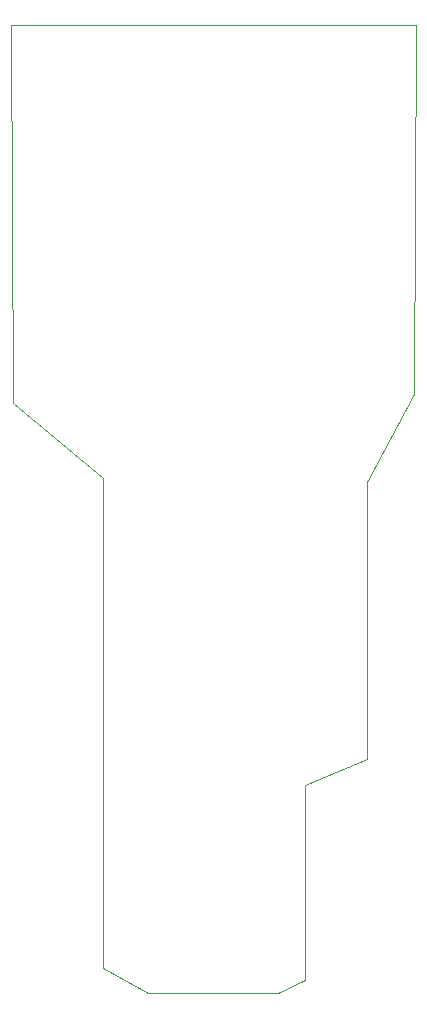
<source format=gbr>
G04 #@! TF.FileFunction,Profile,NP*
%FSLAX46Y46*%
G04 Gerber Fmt 4.6, Leading zero omitted, Abs format (unit mm)*
G04 Created by KiCad (PCBNEW 4.0.2+dfsg1-stable) date ti 10. lokakuuta 2017 01.44.29*
%MOMM*%
G01*
G04 APERTURE LIST*
%ADD10C,0.100000*%
G04 APERTURE END LIST*
D10*
X51524956Y-16141370D02*
X17195028Y-16177622D01*
X51356960Y-47422684D02*
X51524956Y-16141370D01*
X47320807Y-54802550D02*
X51356960Y-47422684D01*
X47320807Y-78296679D02*
X47320807Y-54802550D01*
X42107092Y-80505136D02*
X47320807Y-78296679D01*
X42107092Y-97044067D02*
X42107092Y-80505136D01*
X39849312Y-98118789D02*
X42107092Y-97044067D01*
X28854181Y-98118789D02*
X39849312Y-98118789D01*
X24982306Y-95969153D02*
X28854181Y-98118789D01*
X24982306Y-54466866D02*
X24982306Y-95969153D01*
X17363024Y-48165132D02*
X24982306Y-54466866D01*
X17195028Y-16177622D02*
X17363024Y-48165132D01*
M02*

</source>
